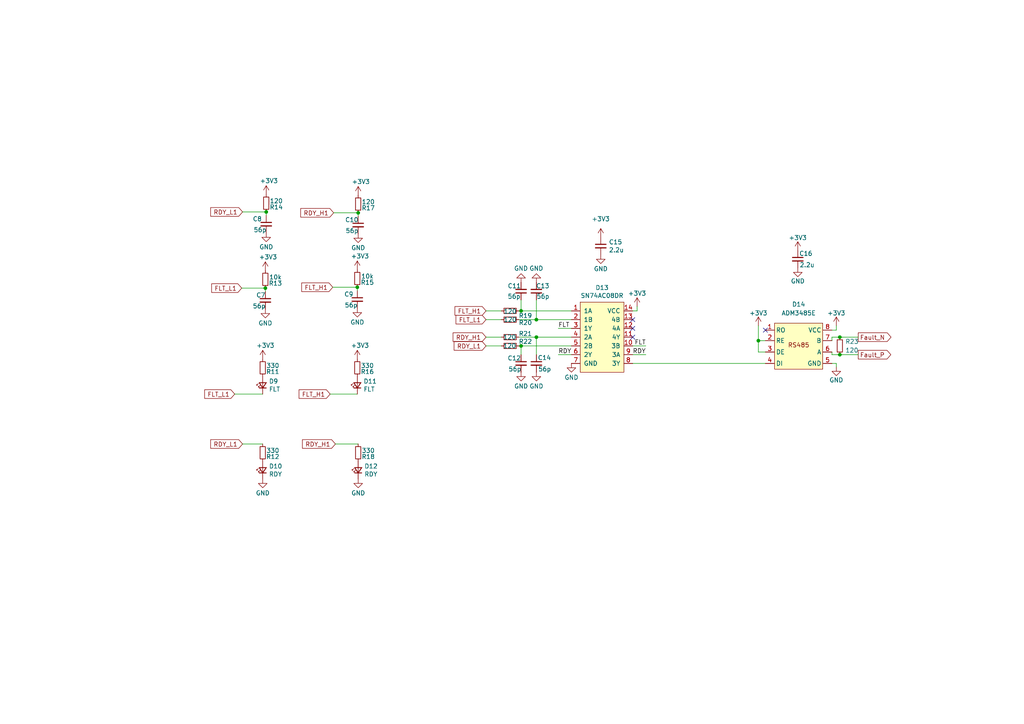
<source format=kicad_sch>
(kicad_sch (version 20230121) (generator eeschema)
  (paper "A4")
  (lib_symbols
    (symbol "Device:C_Small" (pin_numbers hide) (pin_names (offset 0.254) hide)
      (property "Reference" "C" (at 0.254 1.778 0))
      (property "Value" "C_Small" (at 0.254 -2.032 0))
      (symbol "C_Small_0_1"
        (polyline (pts (xy -1.524 -0.508) (xy 1.524 -0.508)) (stroke (width 0.3302)))
        (polyline (pts (xy -1.524 0.508) (xy 1.524 0.508)) (stroke (width 0.3048)))
      )
      (symbol "C_Small_1_1"
        (pin passive line (at 0 2.54 270) (length 2.032) (name "~") (number "1"))
        (pin passive line (at 0 -2.54 90) (length 2.032) (name "~") (number "2"))
      )
    )
    (symbol "Device:LED_Small" (pin_numbers hide) (pin_names (offset 0.254) hide)
      (property "Reference" "D" (at -1.27 3.175 0))
      (property "Value" "LED_Small" (at -4.445 -2.54 0))
      (symbol "LED_Small_0_1"
        (polyline (pts (xy -0.762 -1.016) (xy -0.762 1.016)) (stroke (width 0.254)))
        (polyline (pts (xy 1.016 0) (xy -0.762 0)))
        (polyline (pts (xy 0.762 -1.016) (xy -0.762 0) (xy 0.762 1.016) (xy 0.762 -1.016)) (stroke (width 0.254)))
        (polyline (pts (xy 0 0.762) (xy -0.508 1.27) (xy -0.254 1.27) (xy -0.508 1.27) (xy -0.508 1.016)))
        (polyline (pts (xy 0.508 1.27) (xy 0 1.778) (xy 0.254 1.778) (xy 0 1.778) (xy 0 1.524)))
      )
      (symbol "LED_Small_1_1"
        (pin passive line (at -2.54 0 0) (length 1.778) (name "K") (number "1"))
        (pin passive line (at 2.54 0 180) (length 1.778) (name "A") (number "2"))
      )
    )
    (symbol "Device:R_Small" (pin_numbers hide) (pin_names (offset 0.254) hide)
      (property "Reference" "R" (at 0.762 0.508 0))
      (property "Value" "R_Small" (at 0.762 -1.016 0))
      (symbol "R_Small_0_1"
        (rectangle (start -0.762 1.778) (end 0.762 -1.778) (stroke (width 0.2032)))
      )
      (symbol "R_Small_1_1"
        (pin passive line (at 0 2.54 270) (length 0.762) (name "~") (number "1"))
        (pin passive line (at 0 -2.54 90) (length 0.762) (name "~") (number "2"))
      )
    )
    (symbol "Interface_My:ADM3485E"
      (property "Reference" "D" (at 0 0.635 0))
      (property "Value" "ADM3485E" (at 0 -1.27 0))
      (symbol "ADM3485E_0_0"
        (rectangle (start -6.985 -2.54) (end 6.985 -15.875) (fill (type background)))
        (text "RS485" (at 0 -8.89 0) (effects (font (size 1.27 1.27))))
      )
      (symbol "ADM3485E_1_1"
        (pin input line (at -9.652 -4.572 0) (length 2.54) (name "RO") (number "1"))
        (pin input line (at -9.652 -7.62 0) (length 2.54) (name "RE") (number "2"))
        (pin input line (at -9.652 -10.922 0) (length 2.54) (name "DE") (number "3"))
        (pin input line (at -9.652 -14.224 0) (length 2.54) (name "DI") (number "4"))
        (pin input line (at 9.652 -14.224 180) (length 2.54) (name "GND") (number "5"))
        (pin input line (at 9.652 -10.922 180) (length 2.54) (name "A") (number "6"))
        (pin input line (at 9.652 -7.62 180) (length 2.54) (name "B") (number "7"))
        (pin input line (at 9.652 -4.572 180) (length 2.54) (name "VCC") (number "8"))
      )
    )
    (symbol "Logic:SN74AC08DR" (pin_names (offset 1.016))
      (property "Reference" "D" (at 0 0 0))
      (property "Value" "Logic_SN74AC08DR" (at 0 -2.54 0))
      (symbol "SN74AC08DR_0_1"
        (rectangle (start -6.35 -3.81) (end 6.35 -24.13) (fill (type background)))
      )
      (symbol "SN74AC08DR_1_1"
        (pin input line (at -8.89 -6.35 0) (length 2.54) (name "1A") (number "1"))
        (pin input line (at 8.89 -16.51 180) (length 2.54) (name "3B") (number "10"))
        (pin output line (at 8.89 -13.97 180) (length 2.54) (name "4Y") (number "11"))
        (pin input line (at 8.89 -11.43 180) (length 2.54) (name "4A") (number "12"))
        (pin input line (at 8.89 -8.89 180) (length 2.54) (name "4B") (number "13"))
        (pin input line (at 8.89 -6.35 180) (length 2.54) (name "VCC") (number "14"))
        (pin input line (at -8.89 -8.89 0) (length 2.54) (name "1B") (number "2"))
        (pin output line (at -8.89 -11.43 0) (length 2.54) (name "1Y") (number "3"))
        (pin input line (at -8.89 -13.97 0) (length 2.54) (name "2A") (number "4"))
        (pin input line (at -8.89 -16.51 0) (length 2.54) (name "2B") (number "5"))
        (pin output line (at -8.89 -19.05 0) (length 2.54) (name "2Y") (number "6"))
        (pin input line (at -8.89 -21.59 0) (length 2.54) (name "GND") (number "7"))
        (pin output line (at 8.89 -21.59 180) (length 2.54) (name "3Y") (number "8"))
        (pin input line (at 8.89 -19.05 180) (length 2.54) (name "3A") (number "9"))
      )
    )
    (symbol "power:+3.3V" (power) (pin_names (offset 0))
      (property "Value" "+3.3V" (at 0 3.556 0))
      (symbol "+3.3V_0_1"
        (polyline (pts (xy -0.762 1.27) (xy 0 2.54)))
        (polyline (pts (xy 0 0) (xy 0 2.54)))
        (polyline (pts (xy 0 2.54) (xy 0.762 1.27)))
      )
      (symbol "+3.3V_1_1"
        (pin power_in line (at 0 0 90) (length 0) hide (name "+3V3") (number "1"))
      )
    )
    (symbol "power:GND" (power) (pin_names (offset 0))
      (property "Value" "GND" (at 0 -3.81 0))
      (symbol "GND_0_1"
        (polyline (pts (xy 0 0) (xy 0 -1.27) (xy 1.27 -1.27) (xy 0 -2.54) (xy -1.27 -1.27) (xy 0 -1.27)))
      )
      (symbol "GND_1_1"
        (pin power_in line (at 0 0 270) (length 0) hide (name "GND") (number "1"))
      )
    )
  )
  (junction (at 151.13 100.33))
  (junction (at 77.216 61.468))
  (junction (at 243.586 102.87))
  (junction (at 155.575 97.79))
  (junction (at 243.586 97.79))
  (junction (at 76.962 83.566))
  (junction (at 151.13 90.17))
  (junction (at 219.964 98.806))
  (junction (at 103.886 61.722))
  (junction (at 155.575 92.71))
  (junction (at 103.632 83.312))
  (no_connect (at 183.515 97.79))
  (no_connect (at 183.515 92.71))
  (no_connect (at 183.515 95.25))
  (no_connect (at 221.996 95.758))
  (wire (pts (xy 155.575 97.79) (xy 165.735 97.79)))
  (wire (pts (xy 219.964 94.488) (xy 219.964 98.806)))
  (wire (pts (xy 103.886 62.738) (xy 103.886 61.722)))
  (wire (pts (xy 242.57 105.41) (xy 242.57 106.426)))
  (wire (pts (xy 140.97 97.79) (xy 145.415 97.79)))
  (wire (pts (xy 70.358 61.468) (xy 77.216 61.468)))
  (wire (pts (xy 219.964 98.806) (xy 219.964 102.108)))
  (wire (pts (xy 151.13 100.33) (xy 151.13 102.87)))
  (wire (pts (xy 242.57 95.758) (xy 241.3 95.758)))
  (wire (pts (xy 241.3 105.41) (xy 242.57 105.41)))
  (wire (pts (xy 183.515 105.41) (xy 221.996 105.41)))
  (wire (pts (xy 243.586 102.87) (xy 241.3 102.87)))
  (wire (pts (xy 103.632 84.328) (xy 103.632 83.312)))
  (wire (pts (xy 219.964 102.108) (xy 221.996 102.108)))
  (wire (pts (xy 70.358 128.778) (xy 76.2 128.778)))
  (wire (pts (xy 140.97 90.17) (xy 145.415 90.17)))
  (wire (pts (xy 150.495 92.71) (xy 155.575 92.71)))
  (wire (pts (xy 68.072 114.3) (xy 76.2 114.3)))
  (wire (pts (xy 151.13 86.995) (xy 151.13 90.17)))
  (wire (pts (xy 183.515 90.17) (xy 184.785 90.17)))
  (wire (pts (xy 242.57 94.488) (xy 242.57 95.758)))
  (wire (pts (xy 70.104 83.566) (xy 76.962 83.566)))
  (wire (pts (xy 183.515 102.87) (xy 187.325 102.87)))
  (wire (pts (xy 150.495 97.79) (xy 155.575 97.79)))
  (wire (pts (xy 77.216 62.484) (xy 77.216 61.468)))
  (wire (pts (xy 151.13 100.33) (xy 165.735 100.33)))
  (wire (pts (xy 150.495 90.17) (xy 151.13 90.17)))
  (wire (pts (xy 140.97 92.71) (xy 145.415 92.71)))
  (wire (pts (xy 96.52 83.312) (xy 103.632 83.312)))
  (wire (pts (xy 241.3 102.87) (xy 241.3 102.108)))
  (wire (pts (xy 183.515 100.33) (xy 187.325 100.33)))
  (wire (pts (xy 140.97 100.33) (xy 145.415 100.33)))
  (wire (pts (xy 161.925 102.87) (xy 165.735 102.87)))
  (wire (pts (xy 219.964 98.806) (xy 221.996 98.806)))
  (wire (pts (xy 241.3 97.79) (xy 241.3 98.806)))
  (wire (pts (xy 95.758 114.3) (xy 103.632 114.3)))
  (wire (pts (xy 243.586 102.87) (xy 248.92 102.87)))
  (wire (pts (xy 155.575 86.995) (xy 155.575 92.71)))
  (wire (pts (xy 76.962 84.582) (xy 76.962 83.566)))
  (wire (pts (xy 243.586 97.79) (xy 248.92 97.79)))
  (wire (pts (xy 97.282 128.778) (xy 103.886 128.778)))
  (wire (pts (xy 184.785 90.17) (xy 184.785 88.9)))
  (wire (pts (xy 155.575 97.79) (xy 155.575 102.87)))
  (wire (pts (xy 155.575 92.71) (xy 165.735 92.71)))
  (wire (pts (xy 243.586 97.79) (xy 241.3 97.79)))
  (wire (pts (xy 96.774 61.722) (xy 103.886 61.722)))
  (wire (pts (xy 150.495 100.33) (xy 151.13 100.33)))
  (wire (pts (xy 151.13 90.17) (xy 165.735 90.17)))
  (wire (pts (xy 161.925 95.25) (xy 165.735 95.25)))
  (label "FLT" (at 161.925 95.25 0))
  (label "RDY" (at 187.325 102.87 180))
  (label "RDY" (at 161.925 102.87 0))
  (label "FLT" (at 187.325 100.33 180))
  (global_label "FLT_H1" (shape input) (at 96.52 83.312 180) (property "Intersheetrefs" "${INTERSHEET_REFS}" (effects hide)))
  (global_label "FLT_L1" (shape input) (at 70.104 83.566 180) (property "Intersheetrefs" "${INTERSHEET_REFS}" (effects hide)))
  (global_label "FLT_H1" (shape input) (at 140.97 90.17 180) (property "Intersheetrefs" "${INTERSHEET_REFS}" (effects hide)))
  (global_label "Fault_N" (shape output) (at 248.92 97.79 0) (property "Intersheetrefs" "${INTERSHEET_REFS}" (effects hide)))
  (global_label "RDY_L1" (shape input) (at 70.358 61.468 180) (property "Intersheetrefs" "${INTERSHEET_REFS}" (effects hide)))
  (global_label "RDY_L1" (shape input) (at 70.358 128.778 180) (property "Intersheetrefs" "${INTERSHEET_REFS}" (effects hide)))
  (global_label "RDY_H1" (shape input) (at 96.774 61.722 180) (property "Intersheetrefs" "${INTERSHEET_REFS}" (effects hide)))
  (global_label "FLT_L1" (shape input) (at 68.072 114.3 180) (property "Intersheetrefs" "${INTERSHEET_REFS}" (effects hide)))
  (global_label "Fault_P" (shape output) (at 248.92 102.87 0) (property "Intersheetrefs" "${INTERSHEET_REFS}" (effects hide)))
  (global_label "FLT_H1" (shape input) (at 95.758 114.3 180) (property "Intersheetrefs" "${INTERSHEET_REFS}" (effects hide)))
  (global_label "RDY_H1" (shape input) (at 97.282 128.778 180) (property "Intersheetrefs" "${INTERSHEET_REFS}" (effects hide)))
  (global_label "RDY_L1" (shape input) (at 140.97 100.33 180) (property "Intersheetrefs" "${INTERSHEET_REFS}" (effects hide)))
  (global_label "RDY_H1" (shape input) (at 140.97 97.79 180) (property "Intersheetrefs" "${INTERSHEET_REFS}" (effects hide)))
  (global_label "FLT_L1" (shape input) (at 140.97 92.71 180) (property "Intersheetrefs" "${INTERSHEET_REFS}" (effects hide)))
  (symbol (lib_id "Device:C_Small") (at 103.886 65.278 0) (unit 1)
    (property "Reference" "C10" (at 100.076 63.754 0) (effects (justify left)))
    (property "Value" "56p" (at 100.203 66.929 0) (effects (justify left)))
    (property "Footprint" "Capacitor_SMD:C_0805_2012Metric_Pad1.18x1.45mm_HandSolder" (effects hide))
  )
  (symbol (lib_id "power:+3.3V") (at 103.632 78.232 0) (unit 1)
    (property "Reference" "#PWR021" (effects hide))
    (property "Value" "+3.3V" (at 107.061 74.295 0) (effects (justify right)))
  )
  (symbol (lib_id "Device:R_Small") (at 103.632 106.68 180) (unit 1)
    (property "Reference" "R16" (at 106.553 107.823 0))
    (property "Value" "330" (at 106.553 106.045 0))
    (property "Footprint" "Resistor_SMD:R_0805_2012Metric_Pad1.20x1.40mm_HandSolder" (effects hide))
  )
  (symbol (lib_id "power:+3.3V") (at 77.216 56.388 0) (unit 1)
    (property "Reference" "#PWR019" (effects hide))
    (property "Value" "+3.3V" (at 80.645 52.451 0) (effects (justify right)))
  )
  (symbol (lib_id "Device:LED_Small") (at 103.632 111.76 90) (unit 1)
    (property "Reference" "D11" (at 105.41 110.5916 90) (effects (justify right)))
    (property "Value" "FLT" (at 105.41 112.903 90) (effects (justify right)))
    (property "Footprint" "LED_SMD:LED_0805_2012Metric_Pad1.15x1.40mm_HandSolder" (effects hide))
  )
  (symbol (lib_id "Device:R_Small") (at 77.216 58.928 180) (unit 1)
    (property "Reference" "R14" (at 80.137 60.071 0))
    (property "Value" "120" (at 80.137 58.293 0))
    (property "Footprint" "Resistor_SMD:R_0805_2012Metric_Pad1.20x1.40mm_HandSolder" (effects hide))
  )
  (symbol (lib_id "Device:R_Small") (at 103.886 59.182 180) (unit 1)
    (property "Reference" "R17" (at 106.807 60.325 0))
    (property "Value" "120" (at 106.807 58.547 0))
    (property "Footprint" "Resistor_SMD:R_0805_2012Metric_Pad1.20x1.40mm_HandSolder" (effects hide))
  )
  (symbol (lib_id "Device:C_Small") (at 155.575 84.455 180) (unit 1)
    (property "Reference" "C13" (at 159.385 82.931 0) (effects (justify left)))
    (property "Value" "56p" (at 159.385 85.979 0) (effects (justify left)))
    (property "Footprint" "Capacitor_SMD:C_0805_2012Metric_Pad1.18x1.45mm_HandSolder" (effects hide))
  )
  (symbol (lib_id "Device:LED_Small") (at 103.886 136.398 90) (unit 1)
    (property "Reference" "D12" (at 105.664 135.2296 90) (effects (justify right)))
    (property "Value" "RDY" (at 105.664 137.541 90) (effects (justify right)))
    (property "Footprint" "LED_SMD:LED_0805_2012Metric_Pad1.15x1.40mm_HandSolder" (effects hide))
  )
  (symbol (lib_id "power:GND") (at 76.2 138.938 0) (unit 1)
    (property "Reference" "#PWR016" (effects hide))
    (property "Value" "GND" (at 74.168 143.002 0) (effects (justify left)))
  )
  (symbol (lib_id "Device:R_Small") (at 147.955 97.79 270) (unit 1)
    (property "Reference" "R21" (at 152.4 96.774 90))
    (property "Value" "120" (at 147.828 97.79 90))
    (property "Footprint" "Resistor_SMD:R_0805_2012Metric_Pad1.20x1.40mm_HandSolder" (effects hide))
  )
  (symbol (lib_id "power:+3.3V") (at 219.964 94.488 0) (unit 1)
    (property "Reference" "#PWR035" (effects hide))
    (property "Value" "+3.3V" (at 219.964 90.805 0))
  )
  (symbol (lib_id "Device:LED_Small") (at 76.2 136.398 90) (unit 1)
    (property "Reference" "D10" (at 77.978 135.2296 90) (effects (justify right)))
    (property "Value" "RDY" (at 77.978 137.541 90) (effects (justify right)))
    (property "Footprint" "LED_SMD:LED_0805_2012Metric_Pad1.15x1.40mm_HandSolder" (effects hide))
  )
  (symbol (lib_id "Device:C_Small") (at 77.216 65.024 0) (unit 1)
    (property "Reference" "C8" (at 73.279 63.5 0) (effects (justify left)))
    (property "Value" "56p" (at 73.533 66.675 0) (effects (justify left)))
    (property "Footprint" "Capacitor_SMD:C_0805_2012Metric_Pad1.18x1.45mm_HandSolder" (effects hide))
  )
  (symbol (lib_id "Device:C_Small") (at 231.394 75.184 0) (unit 1)
    (property "Reference" "C16" (at 231.775 73.533 0) (effects (justify left)))
    (property "Value" "2.2u" (at 231.902 76.835 0) (effects (justify left)))
    (property "Footprint" "Capacitor_SMD:C_0805_2012Metric_Pad1.18x1.45mm_HandSolder" (effects hide))
  )
  (symbol (lib_id "Logic:SN74AC08DR") (at 174.625 83.82 0) (unit 1)
    (property "Reference" "D13" (at 174.625 83.439 0))
    (property "Value" "SN74AC08DR" (at 174.625 85.7504 0))
    (property "Footprint" "Package_SO:SOIC-14_3.9x8.7mm_P1.27mm" (effects hide))
  )
  (symbol (lib_id "power:+3.3V") (at 76.962 78.486 0) (unit 1)
    (property "Reference" "#PWR017" (effects hide))
    (property "Value" "+3.3V" (at 80.391 74.549 0) (effects (justify right)))
  )
  (symbol (lib_id "power:GND") (at 103.886 138.938 0) (unit 1)
    (property "Reference" "#PWR026" (effects hide))
    (property "Value" "GND" (at 101.854 143.002 0) (effects (justify left)))
  )
  (symbol (lib_id "Device:R_Small") (at 147.955 100.33 270) (unit 1)
    (property "Reference" "R22" (at 152.4 99.06 90))
    (property "Value" "120" (at 147.828 100.33 90))
    (property "Footprint" "Resistor_SMD:R_0805_2012Metric_Pad1.20x1.40mm_HandSolder" (effects hide))
  )
  (symbol (lib_id "Device:R_Small") (at 103.886 131.318 180) (unit 1)
    (property "Reference" "R18" (at 106.807 132.461 0))
    (property "Value" "330" (at 106.807 130.683 0))
    (property "Footprint" "Resistor_SMD:R_0805_2012Metric_Pad1.20x1.40mm_HandSolder" (effects hide))
  )
  (symbol (lib_id "power:GND") (at 242.57 106.426 0) (unit 1)
    (property "Reference" "#PWR039" (effects hide))
    (property "Value" "GND" (at 242.57 110.236 0))
  )
  (symbol (lib_id "Device:C_Small") (at 155.575 105.41 0) (unit 1)
    (property "Reference" "C14" (at 155.956 103.759 0) (effects (justify left)))
    (property "Value" "56p" (at 156.083 107.061 0) (effects (justify left)))
    (property "Footprint" "Capacitor_SMD:C_0805_2012Metric_Pad1.18x1.45mm_HandSolder" (effects hide))
  )
  (symbol (lib_id "power:GND") (at 151.13 81.915 180) (unit 1)
    (property "Reference" "#PWR027" (effects hide))
    (property "Value" "GND" (at 153.162 77.851 0) (effects (justify left)))
  )
  (symbol (lib_id "power:+3.3V") (at 184.785 88.9 0) (unit 1)
    (property "Reference" "#PWR034" (effects hide))
    (property "Value" "+3.3V" (at 184.785 85.09 0))
  )
  (symbol (lib_id "power:+3.3V") (at 242.57 94.488 0) (unit 1)
    (property "Reference" "#PWR038" (effects hide))
    (property "Value" "+3.3V" (at 242.57 90.805 0))
  )
  (symbol (lib_id "power:GND") (at 155.575 107.95 0) (unit 1)
    (property "Reference" "#PWR030" (effects hide))
    (property "Value" "GND" (at 153.543 112.014 0) (effects (justify left)))
  )
  (symbol (lib_id "Device:R_Small") (at 147.955 92.71 270) (unit 1)
    (property "Reference" "R20" (at 152.4 93.599 90))
    (property "Value" "120" (at 147.955 92.71 90))
    (property "Footprint" "Resistor_SMD:R_0805_2012Metric_Pad1.20x1.40mm_HandSolder" (effects hide))
  )
  (symbol (lib_id "power:+3.3V") (at 103.886 56.642 0) (unit 1)
    (property "Reference" "#PWR024" (effects hide))
    (property "Value" "+3.3V" (at 107.315 52.705 0) (effects (justify right)))
  )
  (symbol (lib_id "power:+3.3V") (at 231.394 72.644 0) (unit 1)
    (property "Reference" "#PWR036" (effects hide))
    (property "Value" "+3.3V" (at 231.394 68.961 0))
  )
  (symbol (lib_id "power:GND") (at 231.394 77.724 0) (unit 1)
    (property "Reference" "#PWR037" (effects hide))
    (property "Value" "GND" (at 231.394 81.534 0))
  )
  (symbol (lib_id "power:GND") (at 155.575 81.915 180) (unit 1)
    (property "Reference" "#PWR029" (effects hide))
    (property "Value" "GND" (at 157.607 77.851 0) (effects (justify left)))
  )
  (symbol (lib_id "Device:R_Small") (at 103.632 80.772 180) (unit 1)
    (property "Reference" "R15" (at 106.553 81.915 0))
    (property "Value" "10k" (at 106.553 80.137 0))
    (property "Footprint" "Resistor_SMD:R_0805_2012Metric_Pad1.20x1.40mm_HandSolder" (effects hide))
  )
  (symbol (lib_id "power:GND") (at 165.735 105.41 0) (unit 1)
    (property "Reference" "#PWR031" (effects hide))
    (property "Value" "GND" (at 163.703 109.474 0) (effects (justify left)))
  )
  (symbol (lib_id "power:+3.3V") (at 174.244 68.834 0) (unit 1)
    (property "Reference" "#PWR032" (effects hide))
    (property "Value" "+3.3V" (at 174.244 63.5 0))
  )
  (symbol (lib_id "Device:C_Small") (at 103.632 86.868 0) (unit 1)
    (property "Reference" "C9" (at 99.822 85.344 0) (effects (justify left)))
    (property "Value" "56p" (at 99.949 88.519 0) (effects (justify left)))
    (property "Footprint" "Capacitor_SMD:C_0805_2012Metric_Pad1.18x1.45mm_HandSolder" (effects hide))
  )
  (symbol (lib_id "Device:LED_Small") (at 76.2 111.76 90) (unit 1)
    (property "Reference" "D9" (at 77.978 110.5916 90) (effects (justify right)))
    (property "Value" "FLT" (at 77.978 112.903 90) (effects (justify right)))
    (property "Footprint" "LED_SMD:LED_0805_2012Metric_Pad1.15x1.40mm_HandSolder" (effects hide))
  )
  (symbol (lib_id "Interface_My:ADM3485E") (at 231.648 91.186 0) (unit 1)
    (property "Reference" "D14" (at 231.648 88.265 0))
    (property "Value" "ADM3485E" (at 231.648 90.805 0))
    (property "Footprint" "Package_SO:SOIC-8_3.9x4.9mm_P1.27mm" (effects hide))
  )
  (symbol (lib_id "Device:C_Small") (at 151.13 84.455 180) (unit 1)
    (property "Reference" "C11" (at 151.13 82.931 0) (effects (justify left)))
    (property "Value" "56p" (at 151.003 85.979 0) (effects (justify left)))
    (property "Footprint" "Capacitor_SMD:C_0805_2012Metric_Pad1.18x1.45mm_HandSolder" (effects hide))
  )
  (symbol (lib_id "power:+3.3V") (at 103.632 104.14 0) (unit 1)
    (property "Reference" "#PWR023" (effects hide))
    (property "Value" "+3.3V" (at 107.061 100.203 0) (effects (justify right)))
  )
  (symbol (lib_id "Device:R_Small") (at 147.955 90.17 270) (unit 1)
    (property "Reference" "R19" (at 152.4 91.567 90))
    (property "Value" "120" (at 147.955 90.297 90))
    (property "Footprint" "Resistor_SMD:R_0805_2012Metric_Pad1.20x1.40mm_HandSolder" (effects hide))
  )
  (symbol (lib_id "power:GND") (at 76.962 89.662 0) (unit 1)
    (property "Reference" "#PWR018" (effects hide))
    (property "Value" "GND" (at 74.93 93.726 0) (effects (justify left)))
  )
  (symbol (lib_id "power:GND") (at 151.13 107.95 0) (unit 1)
    (property "Reference" "#PWR028" (effects hide))
    (property "Value" "GND" (at 149.098 112.014 0) (effects (justify left)))
  )
  (symbol (lib_id "Device:C_Small") (at 174.244 71.374 0) (unit 1)
    (property "Reference" "C15" (at 176.5808 70.2056 0) (effects (justify left)))
    (property "Value" "2.2u" (at 176.5808 72.517 0) (effects (justify left)))
    (property "Footprint" "Capacitor_SMD:C_0805_2012Metric_Pad1.18x1.45mm_HandSolder" (effects hide))
  )
  (symbol (lib_id "power:GND") (at 103.632 89.408 0) (unit 1)
    (property "Reference" "#PWR022" (effects hide))
    (property "Value" "GND" (at 101.6 93.472 0) (effects (justify left)))
  )
  (symbol (lib_id "Device:R_Small") (at 76.2 131.318 180) (unit 1)
    (property "Reference" "R12" (at 79.121 132.461 0))
    (property "Value" "330" (at 79.121 130.683 0))
    (property "Footprint" "Resistor_SMD:R_0805_2012Metric_Pad1.20x1.40mm_HandSolder" (effects hide))
  )
  (symbol (lib_id "Device:R_Small") (at 243.586 100.33 0) (unit 1)
    (property "Reference" "R23" (at 245.1608 99.0599 0) (effects (justify left)))
    (property "Value" "120" (at 245.1608 101.5999 0) (effects (justify left)))
    (property "Footprint" "Resistor_SMD:R_0805_2012Metric_Pad1.20x1.40mm_HandSolder" (effects hide))
  )
  (symbol (lib_id "Device:C_Small") (at 151.13 105.41 0) (unit 1)
    (property "Reference" "C12" (at 147.193 103.886 0) (effects (justify left)))
    (property "Value" "56p" (at 147.447 107.061 0) (effects (justify left)))
    (property "Footprint" "Capacitor_SMD:C_0805_2012Metric_Pad1.18x1.45mm_HandSolder" (effects hide))
  )
  (symbol (lib_id "power:GND") (at 103.886 67.818 0) (unit 1)
    (property "Reference" "#PWR025" (effects hide))
    (property "Value" "GND" (at 101.854 71.882 0) (effects (justify left)))
  )
  (symbol (lib_id "Device:C_Small") (at 76.962 87.122 0) (unit 1)
    (property "Reference" "C7" (at 74.295 85.598 0) (effects (justify left)))
    (property "Value" "56p" (at 73.279 88.773 0) (effects (justify left)))
    (property "Footprint" "Capacitor_SMD:C_0805_2012Metric_Pad1.18x1.45mm_HandSolder" (effects hide))
  )
  (symbol (lib_id "Device:R_Small") (at 76.962 81.026 180) (unit 1)
    (property "Reference" "R13" (at 79.883 82.169 0))
    (property "Value" "10k" (at 79.883 80.391 0))
    (property "Footprint" "Resistor_SMD:R_0805_2012Metric_Pad1.20x1.40mm_HandSolder" (effects hide))
  )
  (symbol (lib_id "power:GND") (at 174.244 73.914 0) (unit 1)
    (property "Reference" "#PWR033" (effects hide))
    (property "Value" "GND" (at 172.212 77.978 0) (effects (justify left)))
  )
  (symbol (lib_id "power:+3.3V") (at 76.2 104.14 0) (unit 1)
    (property "Reference" "#PWR015" (effects hide))
    (property "Value" "+3.3V" (at 79.629 100.203 0) (effects (justify right)))
  )
  (symbol (lib_id "Device:R_Small") (at 76.2 106.68 180) (unit 1)
    (property "Reference" "R11" (at 79.121 107.823 0))
    (property "Value" "330" (at 79.121 106.045 0))
    (property "Footprint" "Resistor_SMD:R_0805_2012Metric_Pad1.20x1.40mm_HandSolder" (effects hide))
  )
  (symbol (lib_id "power:GND") (at 77.216 67.564 0) (unit 1)
    (property "Reference" "#PWR020" (effects hide))
    (property "Value" "GND" (at 75.184 71.628 0) (effects (justify left)))
  )
)
</source>
